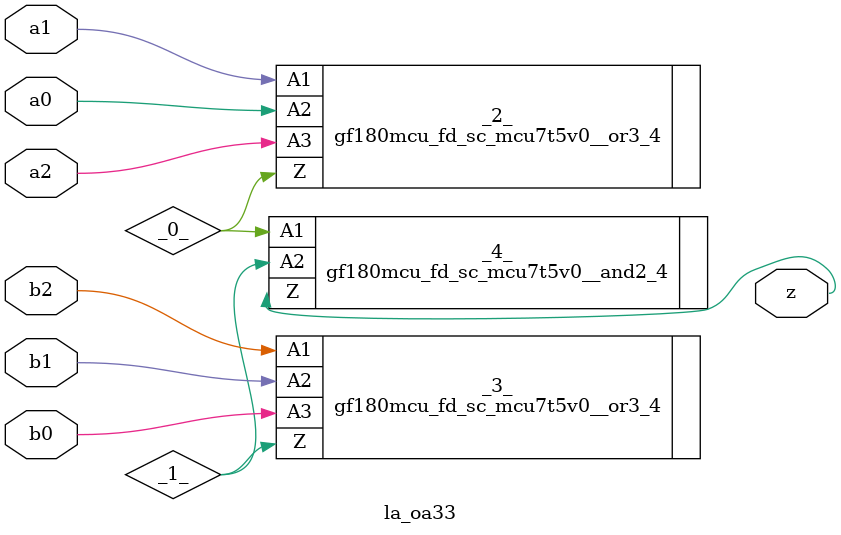
<source format=v>

/* Generated by Yosys 0.44 (git sha1 80ba43d26, g++ 11.4.0-1ubuntu1~22.04 -fPIC -O3) */

(* top =  1  *)
(* src = "inputs/la_oa33.v:10.1-24.10" *)
module la_oa33 (
    a0,
    a1,
    a2,
    b0,
    b1,
    b2,
    z
);
  wire _0_;
  wire _1_;
  (* src = "inputs/la_oa33.v:13.12-13.14" *)
  input a0;
  wire a0;
  (* src = "inputs/la_oa33.v:14.12-14.14" *)
  input a1;
  wire a1;
  (* src = "inputs/la_oa33.v:15.12-15.14" *)
  input a2;
  wire a2;
  (* src = "inputs/la_oa33.v:16.12-16.14" *)
  input b0;
  wire b0;
  (* src = "inputs/la_oa33.v:17.12-17.14" *)
  input b1;
  wire b1;
  (* src = "inputs/la_oa33.v:18.12-18.14" *)
  input b2;
  wire b2;
  (* src = "inputs/la_oa33.v:19.12-19.13" *)
  output z;
  wire z;
  gf180mcu_fd_sc_mcu7t5v0__or3_4 _2_ (
      .A1(a1),
      .A2(a0),
      .A3(a2),
      .Z (_0_)
  );
  gf180mcu_fd_sc_mcu7t5v0__or3_4 _3_ (
      .A1(b2),
      .A2(b1),
      .A3(b0),
      .Z (_1_)
  );
  gf180mcu_fd_sc_mcu7t5v0__and2_4 _4_ (
      .A1(_0_),
      .A2(_1_),
      .Z (z)
  );
endmodule

</source>
